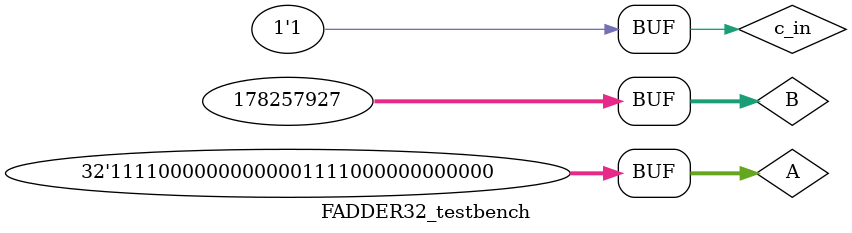
<source format=v>
module FADDER32_testbench;
	reg [31:0] A,B;
	reg c_in;
	wire [31:0] sum;
	wire carry;
	FADDER32 f1(sum, carry, A, B, c_in);
	initial
	begin
		$monitor($time, " sum=%b carry=%b A=%b B=%b c_in=%b", sum,carry,A,B,c_in);
    	#0 A=32'b11110000000000000000000000000000; 
    		B=32'b00000000000000000000000000000111; 
    		c_in=1'b0;
    	#5 A=32'b11111111111111111111111111111111; 
    		B=32'b11111111111111111111111111111111; 
    		c_in=1'b0;
    	#5 A=32'b11110000000000001111000000000000; 
    		B=32'b00001010101000000000000000000111; 
    		c_in=1'b1;
	end
endmodule
</source>
